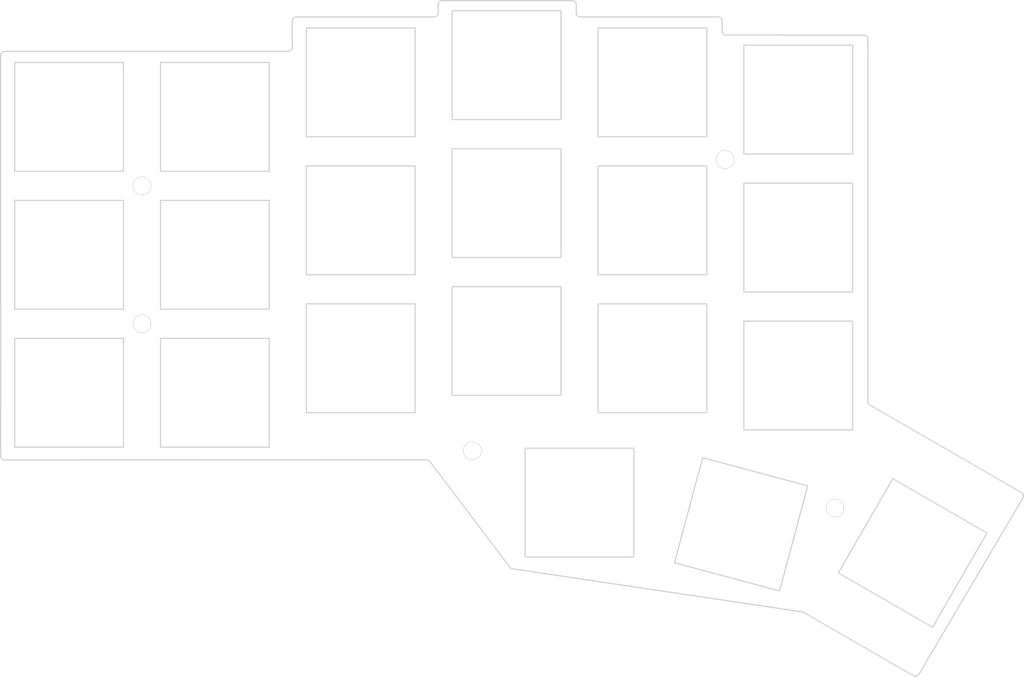
<source format=kicad_pcb>
(kicad_pcb (version 20240108) (generator "pcbnew") (generator_version "8.0")
  (title_block (title "frontplate") (date "2025-07-09") (rev "0.2") (company "ceoloide"))
  (layers (0 "F.Cu" signal) (31 "B.Cu" signal) (34 "B.Paste" user) (35 "F.Paste" user) (36 "B.SilkS" user "B.Silkscreen") (37 "F.SilkS" user "F.Silkscreen") (38 "B.Mask" user) (39 "F.Mask" user) (44 "Edge.Cuts" user))
  (net 0 "")
  (footprint "ceoloide:mounting_hole_npth" (layer "F.Cu") (at 109.25 73.75)
    (property "Reference" "MH1" (hide yes))
    (property "Value" "")
    (pad "" np_thru_hole circle (at 0 0) (size 2.2 2.2) (drill 2.2) (layers "*.Cu" "*.Mask"))
  )
  (footprint "ceoloide:mounting_hole_npth" (layer "F.Cu") (at 183.218 70.4235)
    (property "Reference" "MH3" (hide yes))
    (property "Value" "")
    (pad "" np_thru_hole circle (at 0 0) (size 2.2 2.2) (drill 2.2) (layers "*.Cu" "*.Mask"))
  )
  (footprint "ceoloide:mounting_hole_npth" (layer "F.Cu") (at 151.157 107.365)
    (property "Reference" "MH4" (hide yes))
    (property "Value" "")
    (pad "" np_thru_hole circle (at 0 0) (size 2.2 2.2) (drill 2.2) (layers "*.Cu" "*.Mask"))
  )
  (footprint "ceoloide:mounting_hole_npth" (layer "F.Cu") (at 197.157608 114.631748 60)
    (property "Reference" "MH5" (hide yes))
    (property "Value" "")
    (pad "" np_thru_hole circle (at 0 0 60) (size 2.2 2.2) (drill 2.2) (layers "*.Cu" "*.Mask"))
  )
  (footprint "ceoloide:mounting_hole_npth" (layer "F.Cu") (at 109.25 91.25)
    (property "Reference" "MH2" (hide yes))
    (property "Value" "")
    (pad "" np_thru_hole circle (at 0 0) (size 2.2 2.2) (drill 2.2) (layers "*.Cu" "*.Mask"))
  )
  (gr_line (start 93.1 75.6) (end 93.1 89.4) (stroke (width 0.15)) (layer "Edge.Cuts"))
  (gr_line (start 201.568 101.543956) (end 220.81599 112.656788) (stroke (width 0.15)) (layer "Edge.Cuts"))
  (gr_line (start 162.4 69.0375) (end 148.6 69.0375) (stroke (width 0.15)) (layer "Edge.Cuts"))
  (gr_line (start 106.9 71.9) (end 106.9 58.1) (stroke (width 0.15)) (layer "Edge.Cuts"))
  (gr_line (start 143.9 102.525) (end 143.9 88.725) (stroke (width 0.15)) (layer "Edge.Cuts"))
  (gr_line (start 167.1 71.225) (end 167.1 85.025) (stroke (width 0.15)) (layer "Edge.Cuts"))
  (gr_line (start 93.1 58.1) (end 93.1 71.9) (stroke (width 0.15)) (layer "Edge.Cuts"))
  (gr_line (start 185.6 73.4125) (end 185.6 87.2125) (stroke (width 0.15)) (layer "Edge.Cuts"))
  (gr_line (start 130.1 102.525) (end 143.9 102.525) (stroke (width 0.15)) (layer "Edge.Cuts"))
  (gr_line (start 148.6 69.0375) (end 148.6 82.8375) (stroke (width 0.15)) (layer "Edge.Cuts"))
  (gr_line (start 93.1 106.9) (end 106.9 106.9) (stroke (width 0.15)) (layer "Edge.Cuts"))
  (gr_line (start 190.129037 125.13824) (end 193.70074 111.808463) (stroke (width 0.15)) (layer "Edge.Cuts"))
  (gr_line (start 162.4 86.5375) (end 148.6 86.5375) (stroke (width 0.15)) (layer "Edge.Cuts"))
  (gr_line (start 201.336905 55.133401) (end 201.318036 56.699487) (stroke (width 0.15)) (layer "Edge.Cuts"))
  (gr_circle (center 109.25 91.25) (end 110.35 91.25) (stroke (width 0.15)) (fill none) (layer "Edge.Cuts"))
  (gr_line (start 220.996688 113.343769) (end 207.799933 135.723804) (stroke (width 0.15)) (layer "Edge.Cuts"))
  (gr_line (start 91.316981 108.01245) (end 91.315019 57.202506) (stroke (width 0.15)) (layer "Edge.Cuts"))
  (gr_line (start 199.4 69.7125) (end 199.4 55.9125) (stroke (width 0.15)) (layer "Edge.Cuts"))
  (gr_line (start 148.6 51.5375) (end 148.6 65.3375) (stroke (width 0.15)) (layer "Edge.Cuts"))
  (gr_line (start 171.65 120.8375) (end 171.65 107.0375) (stroke (width 0.15)) (layer "Edge.Cuts"))
  (gr_line (start 182.843 52.8275) (end 182.843 54.123122) (stroke (width 0.15)) (layer "Edge.Cuts"))
  (gr_line (start 93.1 93.1) (end 93.1 106.9) (stroke (width 0.15)) (layer "Edge.Cuts"))
  (gr_line (start 125.4 93.1) (end 111.6 93.1) (stroke (width 0.15)) (layer "Edge.Cuts"))
  (gr_line (start 128.815 52.3275) (end 146.315 52.3275) (stroke (width 0.15)) (layer "Edge.Cuts"))
  (gr_line (start 143.9 71.225) (end 130.1 71.225) (stroke (width 0.15)) (layer "Edge.Cuts"))
  (gr_line (start 180.9 102.525) (end 180.9 88.725) (stroke (width 0.15)) (layer "Edge.Cuts"))
  (gr_line (start 130.1 71.225) (end 130.1 85.025) (stroke (width 0.15)) (layer "Edge.Cuts"))
  (gr_line (start 148.6 65.3375) (end 162.4 65.3375) (stroke (width 0.15)) (layer "Edge.Cuts"))
  (gr_line (start 106.9 106.9) (end 106.9 93.1) (stroke (width 0.15)) (layer "Edge.Cuts"))
  (gr_line (start 204.488268 110.896673) (end 197.588268 122.847823) (stroke (width 0.15)) (layer "Edge.Cuts"))
  (gr_line (start 216.439418 117.796673) (end 204.488268 110.896673) (stroke (width 0.15)) (layer "Edge.Cuts"))
  (gr_line (start 130.1 88.725) (end 130.1 102.525) (stroke (width 0.15)) (layer "Edge.Cuts"))
  (gr_line (start 111.6 58.1) (end 111.6 71.9) (stroke (width 0.15)) (layer "Edge.Cuts"))
  (gr_line (start 180.9 71.225) (end 167.1 71.225) (stroke (width 0.15)) (layer "Edge.Cuts"))
  (gr_line (start 143.9 85.025) (end 143.9 71.225) (stroke (width 0.15)) (layer "Edge.Cuts"))
  (gr_line (start 171.65 107.0375) (end 157.85 107.0375) (stroke (width 0.15)) (layer "Edge.Cuts"))
  (gr_line (start 91.815006 56.702486) (end 127.815014 56.701514) (stroke (width 0.15)) (layer "Edge.Cuts"))
  (gr_line (start 125.4 106.9) (end 125.4 93.1) (stroke (width 0.15)) (layer "Edge.Cuts"))
  (gr_line (start 185.6 90.9125) (end 185.6 104.7125) (stroke (width 0.15)) (layer "Edge.Cuts"))
  (gr_line (start 93.1 71.9) (end 106.9 71.9) (stroke (width 0.15)) (layer "Edge.Cuts"))
  (gr_line (start 167.1 102.525) (end 180.9 102.525) (stroke (width 0.15)) (layer "Edge.Cuts"))
  (gr_line (start 93.1 89.4) (end 106.9 89.4) (stroke (width 0.15)) (layer "Edge.Cuts"))
  (gr_circle (center 109.25 73.75) (end 110.35 73.75) (stroke (width 0.15)) (fill none) (layer "Edge.Cuts"))
  (gr_line (start 167.1 53.725) (end 167.1 67.525) (stroke (width 0.15)) (layer "Edge.Cuts"))
  (gr_circle (center 151.157 107.365) (end 152.257 107.365) (stroke (width 0.15)) (fill none) (layer "Edge.Cuts"))
  (gr_line (start 111.6 71.9) (end 125.4 71.9) (stroke (width 0.15)) (layer "Edge.Cuts"))
  (gr_line (start 180.370963 108.23676) (end 176.79926 121.566537) (stroke (width 0.15)) (layer "Edge.Cuts"))
  (gr_arc (start 128.315 52.8275) (mid 128.461447 52.473947) (end 128.815 52.3275) (stroke (width 0.15)) (layer "Edge.Cuts"))
  (gr_line (start 180.9 53.725) (end 167.1 53.725) (stroke (width 0.15)) (layer "Edge.Cuts"))
  (gr_line (start 185.6 69.7125) (end 199.4 69.7125) (stroke (width 0.15)) (layer "Edge.Cuts"))
  (gr_line (start 146.815 51.8275) (end 146.815 50.7525) (stroke (width 0.15)) (layer "Edge.Cuts"))
  (gr_line (start 157.85 120.8375) (end 171.65 120.8375) (stroke (width 0.15)) (layer "Edge.Cuts"))
  (gr_line (start 106.9 93.1) (end 93.1 93.1) (stroke (width 0.15)) (layer "Edge.Cuts"))
  (gr_line (start 111.6 93.1) (end 111.6 106.9) (stroke (width 0.15)) (layer "Edge.Cuts"))
  (gr_line (start 193.008466 127.796322) (end 156.246981 122.330034) (stroke (width 0.15)) (layer "Edge.Cuts"))
  (gr_line (start 155.92179 122.137157) (end 145.757574 108.703349) (stroke (width 0.15)) (layer "Edge.Cuts"))
  (gr_line (start 157.85 107.0375) (end 157.85 120.8375) (stroke (width 0.15)) (layer "Edge.Cuts"))
  (gr_line (start 143.9 88.725) (end 130.1 88.725) (stroke (width 0.15)) (layer "Edge.Cuts"))
  (gr_line (start 106.9 89.4) (end 106.9 75.6) (stroke (width 0.15)) (layer "Edge.Cuts"))
  (gr_line (start 167.1 67.525) (end 180.9 67.525) (stroke (width 0.15)) (layer "Edge.Cuts"))
  (gr_line (start 199.4 87.2125) (end 199.4 73.4125) (stroke (width 0.15)) (layer "Edge.Cuts"))
  (gr_line (start 111.6 106.9) (end 125.4 106.9) (stroke (width 0.15)) (layer "Edge.Cuts"))
  (gr_arc (start 220.81599 112.656788) (mid 221.049547 112.962611) (end 220.996688 113.343769) (stroke (width 0.15)) (layer "Edge.Cuts"))
  (gr_arc (start 156.246981 122.330034) (mid 156.06545 122.265521) (end 155.92179 122.137157) (stroke (width 0.15)) (layer "Edge.Cuts"))
  (gr_line (start 162.4 65.3375) (end 162.4 51.5375) (stroke (width 0.15)) (layer "Edge.Cuts"))
  (gr_line (start 180.9 67.525) (end 180.9 53.725) (stroke (width 0.15)) (layer "Edge.Cuts"))
  (gr_line (start 143.9 53.725) (end 130.1 53.725) (stroke (width 0.15)) (layer "Edge.Cuts"))
  (gr_line (start 128.315 56.201514) (end 128.315 52.8275) (stroke (width 0.15)) (layer "Edge.Cuts"))
  (gr_arc (start 128.315 56.201514) (mid 128.168553 56.555054) (end 127.815013 56.701514) (stroke (width 0.15)) (layer "Edge.Cuts"))
  (gr_line (start 185.6 104.7125) (end 199.4 104.7125) (stroke (width 0.15)) (layer "Edge.Cuts"))
  (gr_line (start 111.6 75.6) (end 111.6 89.4) (stroke (width 0.15)) (layer "Edge.Cuts"))
  (gr_line (start 125.4 58.1) (end 111.6 58.1) (stroke (width 0.15)) (layer "Edge.Cuts"))
  (gr_line (start 143.9 67.525) (end 143.9 53.725) (stroke (width 0.15)) (layer "Edge.Cuts"))
  (gr_line (start 185.6 87.2125) (end 199.4 87.2125) (stroke (width 0.15)) (layer "Edge.Cuts"))
  (gr_line (start 197.588268 122.847823) (end 209.539418 129.747823) (stroke (width 0.15)) (layer "Edge.Cuts"))
  (gr_arc (start 164.843 52.3275) (mid 164.489447 52.181053) (end 164.343 51.8275) (stroke (width 0.15)) (layer "Edge.Cuts"))
  (gr_line (start 176.79926 121.566537) (end 190.129037 125.13824) (stroke (width 0.15)) (layer "Edge.Cuts"))
  (gr_line (start 162.4 51.5375) (end 148.6 51.5375) (stroke (width 0.15)) (layer "Edge.Cuts"))
  (gr_arc (start 182.343 52.3275) (mid 182.696553 52.473947) (end 182.843 52.8275) (stroke (width 0.15)) (layer "Edge.Cuts"))
  (gr_line (start 125.4 75.6) (end 111.6 75.6) (stroke (width 0.15)) (layer "Edge.Cuts"))
  (gr_line (start 164.343 50.7525) (end 164.343 51.8275) (stroke (width 0.15)) (layer "Edge.Cuts"))
  (gr_circle (center 197.157608 114.631748) (end 198.257608 114.631748) (stroke (width 0.15)) (fill none) (layer "Edge.Cuts"))
  (gr_line (start 209.539418 129.747823) (end 216.439418 117.796673) (stroke (width 0.15)) (layer "Edge.Cuts"))
  (gr_arc (start 91.315019 57.202506) (mid 91.46146 56.84896) (end 91.815006 56.702486) (stroke (width 0.15)) (layer "Edge.Cuts"))
  (gr_line (start 162.4 82.8375) (end 162.4 69.0375) (stroke (width 0.15)) (layer "Edge.Cuts"))
  (gr_arc (start 193.008466 127.796322) (mid 193.099596 127.818783) (end 193.184927 127.857872) (stroke (width 0.15)) (layer "Edge.Cuts"))
  (gr_line (start 199.4 73.4125) (end 185.6 73.4125) (stroke (width 0.15)) (layer "Edge.Cuts"))
  (gr_line (start 125.4 89.4) (end 125.4 75.6) (stroke (width 0.15)) (layer "Edge.Cuts"))
  (gr_line (start 167.1 85.025) (end 180.9 85.025) (stroke (width 0.15)) (layer "Edge.Cuts"))
  (gr_arc (start 201.568 101.543956) (mid 201.384971 101.360947) (end 201.318 101.110943) (stroke (width 0.15)) (layer "Edge.Cuts"))
  (gr_line (start 145.358774 108.505034) (end 91.81705 108.512431) (stroke (width 0.15)) (layer "Edge.Cuts"))
  (gr_line (start 130.1 67.525) (end 143.9 67.525) (stroke (width 0.15)) (layer "Edge.Cuts"))
  (gr_arc (start 146.815 51.8275) (mid 146.668553 52.181053) (end 146.315 52.3275) (stroke (width 0.15)) (layer "Edge.Cuts"))
  (gr_line (start 148.6 86.5375) (end 148.6 100.3375) (stroke (width 0.15)) (layer "Edge.Cuts"))
  (gr_arc (start 201.318 56.705511) (mid 201.318009 56.702499) (end 201.318036 56.699487) (stroke (width 0.15)) (layer "Edge.Cuts"))
  (gr_line (start 199.4 90.9125) (end 185.6 90.9125) (stroke (width 0.15)) (layer "Edge.Cuts"))
  (gr_line (start 207.119235 135.902849) (end 193.184927 127.857872) (stroke (width 0.15)) (layer "Edge.Cuts"))
  (gr_arc (start 146.815 50.7525) (mid 146.961447 50.398947) (end 147.315 50.2525) (stroke (width 0.15)) (layer "Edge.Cuts"))
  (gr_line (start 185.6 55.9125) (end 185.6 69.7125) (stroke (width 0.15)) (layer "Edge.Cuts"))
  (gr_line (start 148.6 100.3375) (end 162.4 100.3375) (stroke (width 0.15)) (layer "Edge.Cuts"))
  (gr_line (start 180.9 88.725) (end 167.1 88.725) (stroke (width 0.15)) (layer "Edge.Cuts"))
  (gr_line (start 148.6 82.8375) (end 162.4 82.8375) (stroke (width 0.15)) (layer "Edge.Cuts"))
  (gr_arc (start 183.342878 54.623122) (mid 182.989396 54.476634) (end 182.843 54.123122) (stroke (width 0.15)) (layer "Edge.Cuts"))
  (gr_circle (center 183.218 70.4235) (end 184.318 70.4235) (stroke (width 0.15)) (fill none) (layer "Edge.Cuts"))
  (gr_line (start 193.70074 111.808463) (end 180.370963 108.23676) (stroke (width 0.15)) (layer "Edge.Cuts"))
  (gr_line (start 167.1 88.725) (end 167.1 102.525) (stroke (width 0.15)) (layer "Edge.Cuts"))
  (gr_line (start 147.315 50.2525) (end 163.843 50.2525) (stroke (width 0.15)) (layer "Edge.Cuts"))
  (gr_line (start 183.342878 54.623122) (end 200.837063 54.627377) (stroke (width 0.15)) (layer "Edge.Cuts"))
  (gr_line (start 199.4 104.7125) (end 199.4 90.9125) (stroke (width 0.15)) (layer "Edge.Cuts"))
  (gr_line (start 164.843 52.3275) (end 182.343 52.3275) (stroke (width 0.15)) (layer "Edge.Cuts"))
  (gr_arc (start 200.837063 54.627377) (mid 201.192642 54.776016) (end 201.336905 55.133401) (stroke (width 0.15)) (layer "Edge.Cuts"))
  (gr_arc (start 163.843 50.2525) (mid 164.196553 50.398947) (end 164.343 50.7525) (stroke (width 0.15)) (layer "Edge.Cuts"))
  (gr_arc (start 91.81705 108.512431) (mid 91.46346 108.366011) (end 91.316981 108.01245) (stroke (width 0.15)) (layer "Edge.Cuts"))
  (gr_arc (start 207.799933 135.723804) (mid 207.496419 135.953395) (end 207.119235 135.902849) (stroke (width 0.15)) (layer "Edge.Cuts"))
  (gr_line (start 130.1 85.025) (end 143.9 85.025) (stroke (width 0.15)) (layer "Edge.Cuts"))
  (gr_line (start 111.6 89.4) (end 125.4 89.4) (stroke (width 0.15)) (layer "Edge.Cuts"))
  (gr_line (start 162.4 100.3375) (end 162.4 86.5375) (stroke (width 0.15)) (layer "Edge.Cuts"))
  (gr_arc (start 145.358774 108.505034) (mid 145.58146 108.557352) (end 145.757574 108.703349) (stroke (width 0.15)) (layer "Edge.Cuts"))
  (gr_line (start 201.318 56.705511) (end 201.318 101.110943) (stroke (width 0.15)) (layer "Edge.Cuts"))
  (gr_line (start 130.1 53.725) (end 130.1 67.525) (stroke (width 0.15)) (layer "Edge.Cuts"))
  (gr_line (start 180.9 85.025) (end 180.9 71.225) (stroke (width 0.15)) (layer "Edge.Cuts"))
  (gr_line (start 199.4 55.9125) (end 185.6 55.9125) (stroke (width 0.15)) (layer "Edge.Cuts"))
  (gr_line (start 106.9 75.6) (end 93.1 75.6) (stroke (width 0.15)) (layer "Edge.Cuts"))
  (gr_line (start 106.9 58.1) (end 93.1 58.1) (stroke (width 0.15)) (layer "Edge.Cuts"))
  (gr_line (start 125.4 71.9) (end 125.4 58.1) (stroke (width 0.15)) (layer "Edge.Cuts"))
)
</source>
